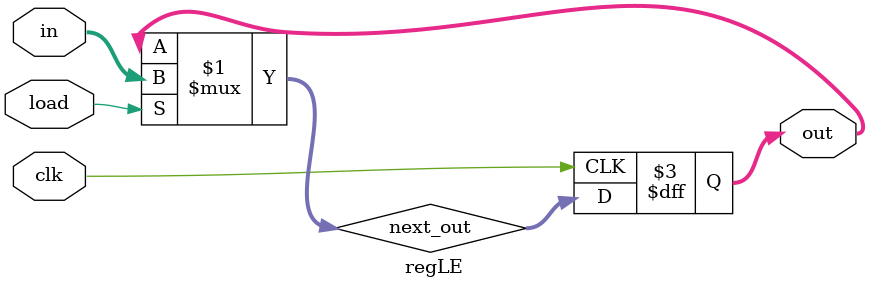
<source format=sv>
module regfile(data_in,writenum,write,readnum,clk,data_out);
	input [15:0] data_in;
	input [2:0] writenum, readnum;
	input write, clk;
	output reg [15:0] data_out;
    wire [7:0] n1;      // one hot select to choose register to write to
    wire [7:0] n2;      // readnum 8 bit one hot select
    wire [7:0] n3;      // anded value of one hot select with write
    //Register ouputs
    wire [15:0] R0;
    wire [15:0] R1;
    wire [15:0] R2;
    wire [15:0] R3;
    wire [15:0] R4;
    wire [15:0] R5;
    wire [15:0] R6;
    wire [15:0] R7;

    //Instantitate the decoder module for c
    decoder decoderW(writenum, n1);
    
    //set all n1 bits(load) to 0 if write is 0 
    assign n3 = write ? n1 : 8'b00000000;

    //instantiate registers 
    regLE reg0(data_in, n3[0], clk, R0); 
    
    regLE reg1(data_in, n3[1], clk, R1);

    regLE reg2(data_in, n3[2], clk, R2);

    regLE reg3(data_in, n3[3], clk, R3);

    regLE reg4(data_in, n3[4], clk, R4);

    regLE reg5(data_in, n3[5], clk, R5);

    regLE reg6(data_in, n3[6], clk, R6);

    regLE reg7(data_in, n3[7], clk, R7);

    //Instantitate decoder for reading stage 
    decoder decoderR(readnum, n2);

    //Case statements to select which register to read from 
    always @(n2, R0, R1, R2, R3, R4, R5, R6, R7)begin 

        case(n2)
            
            8'b00000001: data_out = R0;
            8'b00000010: data_out = R1;
            8'b00000100: data_out = R2;
            8'b00001000: data_out = R3;
            8'b00010000: data_out = R4;
            8'b00100000: data_out = R5;
            8'b01000000: data_out = R6;
            8'b10000000: data_out = R7;
            default: data_out = 16'bx;
        endcase 

        end
endmodule

//3:8 decoder module, includes code from Slideset 6, page 86 
module decoder(in, out);
    input [2:0]in;
    output [7:0] out;

    wire [7:0] out = 1 << in;

endmodule

//register module: can either store new data or maintain previous value depending on load.
module regLE (in, load, clk, out);
    input [15:0]in;
    input load, clk;
    output reg [15:0] out;
    wire [15:0] next_out;

    //sets next output to either be a new input or the previous value
    assign next_out =  load ? in : out;

    // updates the value on rising edge of clock
    always_ff @(posedge clk) begin 
        out = next_out;
    end
endmodule

</source>
